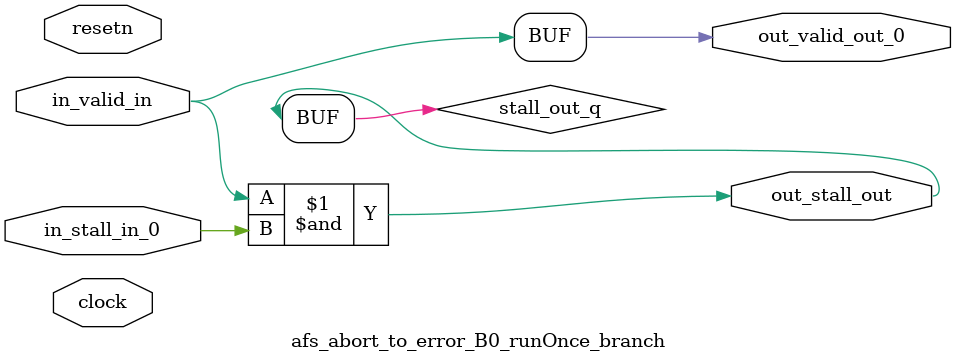
<source format=sv>



(* altera_attribute = "-name AUTO_SHIFT_REGISTER_RECOGNITION OFF; -name MESSAGE_DISABLE 10036; -name MESSAGE_DISABLE 10037; -name MESSAGE_DISABLE 14130; -name MESSAGE_DISABLE 14320; -name MESSAGE_DISABLE 15400; -name MESSAGE_DISABLE 14130; -name MESSAGE_DISABLE 10036; -name MESSAGE_DISABLE 12020; -name MESSAGE_DISABLE 12030; -name MESSAGE_DISABLE 12010; -name MESSAGE_DISABLE 12110; -name MESSAGE_DISABLE 14320; -name MESSAGE_DISABLE 13410; -name MESSAGE_DISABLE 113007; -name MESSAGE_DISABLE 10958" *)
module afs_abort_to_error_B0_runOnce_branch (
    input wire [0:0] in_stall_in_0,
    input wire [0:0] in_valid_in,
    output wire [0:0] out_stall_out,
    output wire [0:0] out_valid_out_0,
    input wire clock,
    input wire resetn
    );

    wire [0:0] stall_out_q;


    // stall_out(LOGICAL,6)
    assign stall_out_q = in_valid_in & in_stall_in_0;

    // out_stall_out(GPOUT,4)
    assign out_stall_out = stall_out_q;

    // out_valid_out_0(GPOUT,5)
    assign out_valid_out_0 = in_valid_in;

endmodule

</source>
